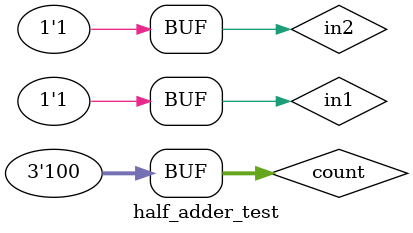
<source format=v>
module half_adder_test;
	reg in1, in2;
	wire out1, out2;
	half_adder a1(out1,out2 ,in1, in2);
	reg [2:0]count;
	initial begin
	for(count=0; count<4; count = count+1)
		begin
			{in1, in2} = count[1:0];
			#20;
		end
	end
endmodule 
</source>
